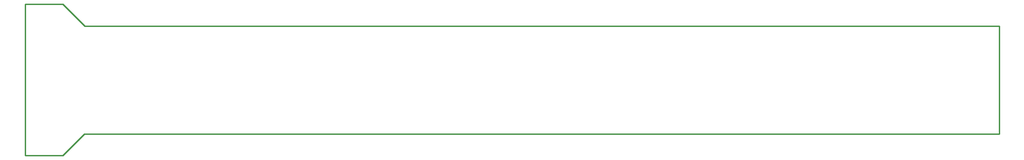
<source format=gko>
G04 Layer_Color=16711935*
%FSAX25Y25*%
%MOIN*%
G70*
G01*
G75*
%ADD19C,0.01000*%
D19*
X0113839Y0323614D02*
X0141398D01*
X0822500Y0229126D02*
Y0307866D01*
X0156982Y0229126D02*
X0822500D01*
X0113839Y0213378D02*
Y0323614D01*
X0141217Y0213378D02*
X0156982Y0229144D01*
X0113839Y0213378D02*
X0141217D01*
X0141398Y0323614D02*
X0157146Y0307866D01*
X0822500D01*
M02*

</source>
